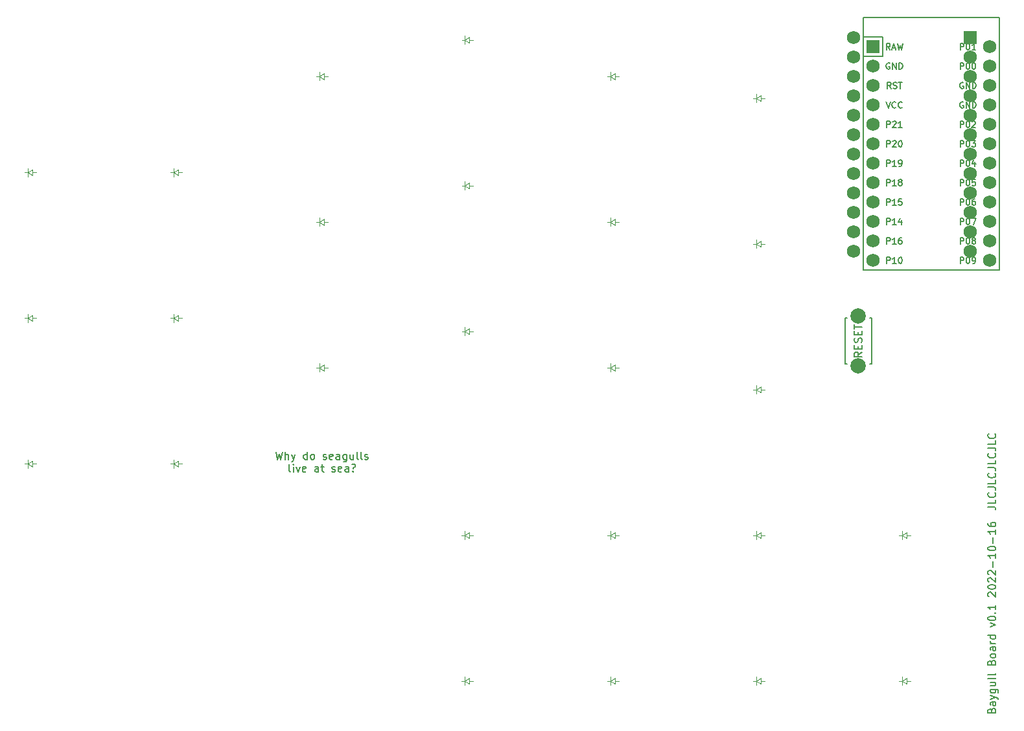
<source format=gbr>
%TF.GenerationSoftware,KiCad,Pcbnew,(6.0.8)*%
%TF.CreationDate,2022-10-22T23:02:27+01:00*%
%TF.ProjectId,board,626f6172-642e-46b6-9963-61645f706362,v1.0.0*%
%TF.SameCoordinates,Original*%
%TF.FileFunction,Legend,Top*%
%TF.FilePolarity,Positive*%
%FSLAX46Y46*%
G04 Gerber Fmt 4.6, Leading zero omitted, Abs format (unit mm)*
G04 Created by KiCad (PCBNEW (6.0.8)) date 2022-10-22 23:02:27*
%MOMM*%
%LPD*%
G01*
G04 APERTURE LIST*
%ADD10C,0.150000*%
%ADD11C,0.100000*%
%ADD12R,1.752600X1.752600*%
%ADD13C,1.752600*%
%ADD14C,2.000000*%
G04 APERTURE END LIST*
D10*
X51102380Y-3409880D02*
X51340476Y-4409880D01*
X51530952Y-3695595D01*
X51721428Y-4409880D01*
X51959523Y-3409880D01*
X52340476Y-4409880D02*
X52340476Y-3409880D01*
X52769047Y-4409880D02*
X52769047Y-3886071D01*
X52721428Y-3790833D01*
X52626190Y-3743214D01*
X52483333Y-3743214D01*
X52388095Y-3790833D01*
X52340476Y-3838452D01*
X53150000Y-3743214D02*
X53388095Y-4409880D01*
X53626190Y-3743214D02*
X53388095Y-4409880D01*
X53292857Y-4647976D01*
X53245238Y-4695595D01*
X53150000Y-4743214D01*
X55197619Y-4409880D02*
X55197619Y-3409880D01*
X55197619Y-4362261D02*
X55102380Y-4409880D01*
X54911904Y-4409880D01*
X54816666Y-4362261D01*
X54769047Y-4314642D01*
X54721428Y-4219404D01*
X54721428Y-3933690D01*
X54769047Y-3838452D01*
X54816666Y-3790833D01*
X54911904Y-3743214D01*
X55102380Y-3743214D01*
X55197619Y-3790833D01*
X55816666Y-4409880D02*
X55721428Y-4362261D01*
X55673809Y-4314642D01*
X55626190Y-4219404D01*
X55626190Y-3933690D01*
X55673809Y-3838452D01*
X55721428Y-3790833D01*
X55816666Y-3743214D01*
X55959523Y-3743214D01*
X56054761Y-3790833D01*
X56102380Y-3838452D01*
X56150000Y-3933690D01*
X56150000Y-4219404D01*
X56102380Y-4314642D01*
X56054761Y-4362261D01*
X55959523Y-4409880D01*
X55816666Y-4409880D01*
X57292857Y-4362261D02*
X57388095Y-4409880D01*
X57578571Y-4409880D01*
X57673809Y-4362261D01*
X57721428Y-4267023D01*
X57721428Y-4219404D01*
X57673809Y-4124166D01*
X57578571Y-4076547D01*
X57435714Y-4076547D01*
X57340476Y-4028928D01*
X57292857Y-3933690D01*
X57292857Y-3886071D01*
X57340476Y-3790833D01*
X57435714Y-3743214D01*
X57578571Y-3743214D01*
X57673809Y-3790833D01*
X58530952Y-4362261D02*
X58435714Y-4409880D01*
X58245238Y-4409880D01*
X58150000Y-4362261D01*
X58102380Y-4267023D01*
X58102380Y-3886071D01*
X58150000Y-3790833D01*
X58245238Y-3743214D01*
X58435714Y-3743214D01*
X58530952Y-3790833D01*
X58578571Y-3886071D01*
X58578571Y-3981309D01*
X58102380Y-4076547D01*
X59435714Y-4409880D02*
X59435714Y-3886071D01*
X59388095Y-3790833D01*
X59292857Y-3743214D01*
X59102380Y-3743214D01*
X59007142Y-3790833D01*
X59435714Y-4362261D02*
X59340476Y-4409880D01*
X59102380Y-4409880D01*
X59007142Y-4362261D01*
X58959523Y-4267023D01*
X58959523Y-4171785D01*
X59007142Y-4076547D01*
X59102380Y-4028928D01*
X59340476Y-4028928D01*
X59435714Y-3981309D01*
X60340476Y-3743214D02*
X60340476Y-4552738D01*
X60292857Y-4647976D01*
X60245238Y-4695595D01*
X60150000Y-4743214D01*
X60007142Y-4743214D01*
X59911904Y-4695595D01*
X60340476Y-4362261D02*
X60245238Y-4409880D01*
X60054761Y-4409880D01*
X59959523Y-4362261D01*
X59911904Y-4314642D01*
X59864285Y-4219404D01*
X59864285Y-3933690D01*
X59911904Y-3838452D01*
X59959523Y-3790833D01*
X60054761Y-3743214D01*
X60245238Y-3743214D01*
X60340476Y-3790833D01*
X61245238Y-3743214D02*
X61245238Y-4409880D01*
X60816666Y-3743214D02*
X60816666Y-4267023D01*
X60864285Y-4362261D01*
X60959523Y-4409880D01*
X61102380Y-4409880D01*
X61197619Y-4362261D01*
X61245238Y-4314642D01*
X61864285Y-4409880D02*
X61769047Y-4362261D01*
X61721428Y-4267023D01*
X61721428Y-3409880D01*
X62388095Y-4409880D02*
X62292857Y-4362261D01*
X62245238Y-4267023D01*
X62245238Y-3409880D01*
X62721428Y-4362261D02*
X62816666Y-4409880D01*
X63007142Y-4409880D01*
X63102380Y-4362261D01*
X63150000Y-4267023D01*
X63150000Y-4219404D01*
X63102380Y-4124166D01*
X63007142Y-4076547D01*
X62864285Y-4076547D01*
X62769047Y-4028928D01*
X62721428Y-3933690D01*
X62721428Y-3886071D01*
X62769047Y-3790833D01*
X62864285Y-3743214D01*
X63007142Y-3743214D01*
X63102380Y-3790833D01*
X53007142Y-6019880D02*
X52911904Y-5972261D01*
X52864285Y-5877023D01*
X52864285Y-5019880D01*
X53388095Y-6019880D02*
X53388095Y-5353214D01*
X53388095Y-5019880D02*
X53340476Y-5067500D01*
X53388095Y-5115119D01*
X53435714Y-5067500D01*
X53388095Y-5019880D01*
X53388095Y-5115119D01*
X53769047Y-5353214D02*
X54007142Y-6019880D01*
X54245238Y-5353214D01*
X55007142Y-5972261D02*
X54911904Y-6019880D01*
X54721428Y-6019880D01*
X54626190Y-5972261D01*
X54578571Y-5877023D01*
X54578571Y-5496071D01*
X54626190Y-5400833D01*
X54721428Y-5353214D01*
X54911904Y-5353214D01*
X55007142Y-5400833D01*
X55054761Y-5496071D01*
X55054761Y-5591309D01*
X54578571Y-5686547D01*
X56673809Y-6019880D02*
X56673809Y-5496071D01*
X56626190Y-5400833D01*
X56530952Y-5353214D01*
X56340476Y-5353214D01*
X56245238Y-5400833D01*
X56673809Y-5972261D02*
X56578571Y-6019880D01*
X56340476Y-6019880D01*
X56245238Y-5972261D01*
X56197619Y-5877023D01*
X56197619Y-5781785D01*
X56245238Y-5686547D01*
X56340476Y-5638928D01*
X56578571Y-5638928D01*
X56673809Y-5591309D01*
X57007142Y-5353214D02*
X57388095Y-5353214D01*
X57150000Y-5019880D02*
X57150000Y-5877023D01*
X57197619Y-5972261D01*
X57292857Y-6019880D01*
X57388095Y-6019880D01*
X58435714Y-5972261D02*
X58530952Y-6019880D01*
X58721428Y-6019880D01*
X58816666Y-5972261D01*
X58864285Y-5877023D01*
X58864285Y-5829404D01*
X58816666Y-5734166D01*
X58721428Y-5686547D01*
X58578571Y-5686547D01*
X58483333Y-5638928D01*
X58435714Y-5543690D01*
X58435714Y-5496071D01*
X58483333Y-5400833D01*
X58578571Y-5353214D01*
X58721428Y-5353214D01*
X58816666Y-5400833D01*
X59673809Y-5972261D02*
X59578571Y-6019880D01*
X59388095Y-6019880D01*
X59292857Y-5972261D01*
X59245238Y-5877023D01*
X59245238Y-5496071D01*
X59292857Y-5400833D01*
X59388095Y-5353214D01*
X59578571Y-5353214D01*
X59673809Y-5400833D01*
X59721428Y-5496071D01*
X59721428Y-5591309D01*
X59245238Y-5686547D01*
X60578571Y-6019880D02*
X60578571Y-5496071D01*
X60530952Y-5400833D01*
X60435714Y-5353214D01*
X60245238Y-5353214D01*
X60150000Y-5400833D01*
X60578571Y-5972261D02*
X60483333Y-6019880D01*
X60245238Y-6019880D01*
X60150000Y-5972261D01*
X60102380Y-5877023D01*
X60102380Y-5781785D01*
X60150000Y-5686547D01*
X60245238Y-5638928D01*
X60483333Y-5638928D01*
X60578571Y-5591309D01*
X61197619Y-5924642D02*
X61245238Y-5972261D01*
X61197619Y-6019880D01*
X61150000Y-5972261D01*
X61197619Y-5924642D01*
X61197619Y-6019880D01*
X61007142Y-5067500D02*
X61102380Y-5019880D01*
X61340476Y-5019880D01*
X61435714Y-5067500D01*
X61483333Y-5162738D01*
X61483333Y-5257976D01*
X61435714Y-5353214D01*
X61388095Y-5400833D01*
X61292857Y-5448452D01*
X61245238Y-5496071D01*
X61197619Y-5591309D01*
X61197619Y-5638928D01*
X144608571Y-37240571D02*
X144656190Y-37097714D01*
X144703809Y-37050095D01*
X144799047Y-37002476D01*
X144941904Y-37002476D01*
X145037142Y-37050095D01*
X145084761Y-37097714D01*
X145132380Y-37192952D01*
X145132380Y-37573904D01*
X144132380Y-37573904D01*
X144132380Y-37240571D01*
X144180000Y-37145333D01*
X144227619Y-37097714D01*
X144322857Y-37050095D01*
X144418095Y-37050095D01*
X144513333Y-37097714D01*
X144560952Y-37145333D01*
X144608571Y-37240571D01*
X144608571Y-37573904D01*
X145132380Y-36145333D02*
X144608571Y-36145333D01*
X144513333Y-36192952D01*
X144465714Y-36288190D01*
X144465714Y-36478666D01*
X144513333Y-36573904D01*
X145084761Y-36145333D02*
X145132380Y-36240571D01*
X145132380Y-36478666D01*
X145084761Y-36573904D01*
X144989523Y-36621523D01*
X144894285Y-36621523D01*
X144799047Y-36573904D01*
X144751428Y-36478666D01*
X144751428Y-36240571D01*
X144703809Y-36145333D01*
X144465714Y-35764380D02*
X145132380Y-35526285D01*
X144465714Y-35288190D02*
X145132380Y-35526285D01*
X145370476Y-35621523D01*
X145418095Y-35669142D01*
X145465714Y-35764380D01*
X144465714Y-34478666D02*
X145275238Y-34478666D01*
X145370476Y-34526285D01*
X145418095Y-34573904D01*
X145465714Y-34669142D01*
X145465714Y-34812000D01*
X145418095Y-34907238D01*
X145084761Y-34478666D02*
X145132380Y-34573904D01*
X145132380Y-34764380D01*
X145084761Y-34859619D01*
X145037142Y-34907238D01*
X144941904Y-34954857D01*
X144656190Y-34954857D01*
X144560952Y-34907238D01*
X144513333Y-34859619D01*
X144465714Y-34764380D01*
X144465714Y-34573904D01*
X144513333Y-34478666D01*
X144465714Y-33573904D02*
X145132380Y-33573904D01*
X144465714Y-34002476D02*
X144989523Y-34002476D01*
X145084761Y-33954857D01*
X145132380Y-33859619D01*
X145132380Y-33716761D01*
X145084761Y-33621523D01*
X145037142Y-33573904D01*
X145132380Y-32954857D02*
X145084761Y-33050095D01*
X144989523Y-33097714D01*
X144132380Y-33097714D01*
X145132380Y-32431047D02*
X145084761Y-32526285D01*
X144989523Y-32573904D01*
X144132380Y-32573904D01*
X144608571Y-30954857D02*
X144656190Y-30812000D01*
X144703809Y-30764380D01*
X144799047Y-30716761D01*
X144941904Y-30716761D01*
X145037142Y-30764380D01*
X145084761Y-30812000D01*
X145132380Y-30907238D01*
X145132380Y-31288190D01*
X144132380Y-31288190D01*
X144132380Y-30954857D01*
X144180000Y-30859619D01*
X144227619Y-30812000D01*
X144322857Y-30764380D01*
X144418095Y-30764380D01*
X144513333Y-30812000D01*
X144560952Y-30859619D01*
X144608571Y-30954857D01*
X144608571Y-31288190D01*
X145132380Y-30145333D02*
X145084761Y-30240571D01*
X145037142Y-30288190D01*
X144941904Y-30335809D01*
X144656190Y-30335809D01*
X144560952Y-30288190D01*
X144513333Y-30240571D01*
X144465714Y-30145333D01*
X144465714Y-30002476D01*
X144513333Y-29907238D01*
X144560952Y-29859619D01*
X144656190Y-29812000D01*
X144941904Y-29812000D01*
X145037142Y-29859619D01*
X145084761Y-29907238D01*
X145132380Y-30002476D01*
X145132380Y-30145333D01*
X145132380Y-28954857D02*
X144608571Y-28954857D01*
X144513333Y-29002476D01*
X144465714Y-29097714D01*
X144465714Y-29288190D01*
X144513333Y-29383428D01*
X145084761Y-28954857D02*
X145132380Y-29050095D01*
X145132380Y-29288190D01*
X145084761Y-29383428D01*
X144989523Y-29431047D01*
X144894285Y-29431047D01*
X144799047Y-29383428D01*
X144751428Y-29288190D01*
X144751428Y-29050095D01*
X144703809Y-28954857D01*
X145132380Y-28478666D02*
X144465714Y-28478666D01*
X144656190Y-28478666D02*
X144560952Y-28431047D01*
X144513333Y-28383428D01*
X144465714Y-28288190D01*
X144465714Y-28192952D01*
X145132380Y-27431047D02*
X144132380Y-27431047D01*
X145084761Y-27431047D02*
X145132380Y-27526285D01*
X145132380Y-27716761D01*
X145084761Y-27812000D01*
X145037142Y-27859619D01*
X144941904Y-27907238D01*
X144656190Y-27907238D01*
X144560952Y-27859619D01*
X144513333Y-27812000D01*
X144465714Y-27716761D01*
X144465714Y-27526285D01*
X144513333Y-27431047D01*
X144465714Y-26288190D02*
X145132380Y-26050095D01*
X144465714Y-25812000D01*
X144132380Y-25240571D02*
X144132380Y-25145333D01*
X144180000Y-25050095D01*
X144227619Y-25002476D01*
X144322857Y-24954857D01*
X144513333Y-24907238D01*
X144751428Y-24907238D01*
X144941904Y-24954857D01*
X145037142Y-25002476D01*
X145084761Y-25050095D01*
X145132380Y-25145333D01*
X145132380Y-25240571D01*
X145084761Y-25335809D01*
X145037142Y-25383428D01*
X144941904Y-25431047D01*
X144751428Y-25478666D01*
X144513333Y-25478666D01*
X144322857Y-25431047D01*
X144227619Y-25383428D01*
X144180000Y-25335809D01*
X144132380Y-25240571D01*
X145037142Y-24478666D02*
X145084761Y-24431047D01*
X145132380Y-24478666D01*
X145084761Y-24526285D01*
X145037142Y-24478666D01*
X145132380Y-24478666D01*
X145132380Y-23478666D02*
X145132380Y-24050095D01*
X145132380Y-23764380D02*
X144132380Y-23764380D01*
X144275238Y-23859619D01*
X144370476Y-23954857D01*
X144418095Y-24050095D01*
X144227619Y-22335809D02*
X144180000Y-22288190D01*
X144132380Y-22192952D01*
X144132380Y-21954857D01*
X144180000Y-21859619D01*
X144227619Y-21812000D01*
X144322857Y-21764380D01*
X144418095Y-21764380D01*
X144560952Y-21812000D01*
X145132380Y-22383428D01*
X145132380Y-21764380D01*
X144132380Y-21145333D02*
X144132380Y-21050095D01*
X144180000Y-20954857D01*
X144227619Y-20907238D01*
X144322857Y-20859619D01*
X144513333Y-20812000D01*
X144751428Y-20812000D01*
X144941904Y-20859619D01*
X145037142Y-20907238D01*
X145084761Y-20954857D01*
X145132380Y-21050095D01*
X145132380Y-21145333D01*
X145084761Y-21240571D01*
X145037142Y-21288190D01*
X144941904Y-21335809D01*
X144751428Y-21383428D01*
X144513333Y-21383428D01*
X144322857Y-21335809D01*
X144227619Y-21288190D01*
X144180000Y-21240571D01*
X144132380Y-21145333D01*
X144227619Y-20431047D02*
X144180000Y-20383428D01*
X144132380Y-20288190D01*
X144132380Y-20050095D01*
X144180000Y-19954857D01*
X144227619Y-19907238D01*
X144322857Y-19859619D01*
X144418095Y-19859619D01*
X144560952Y-19907238D01*
X145132380Y-20478666D01*
X145132380Y-19859619D01*
X144227619Y-19478666D02*
X144180000Y-19431047D01*
X144132380Y-19335809D01*
X144132380Y-19097714D01*
X144180000Y-19002476D01*
X144227619Y-18954857D01*
X144322857Y-18907238D01*
X144418095Y-18907238D01*
X144560952Y-18954857D01*
X145132380Y-19526285D01*
X145132380Y-18907238D01*
X144751428Y-18478666D02*
X144751428Y-17716761D01*
X145132380Y-16716761D02*
X145132380Y-17288190D01*
X145132380Y-17002476D02*
X144132380Y-17002476D01*
X144275238Y-17097714D01*
X144370476Y-17192952D01*
X144418095Y-17288190D01*
X144132380Y-16097714D02*
X144132380Y-16002476D01*
X144180000Y-15907238D01*
X144227619Y-15859619D01*
X144322857Y-15812000D01*
X144513333Y-15764380D01*
X144751428Y-15764380D01*
X144941904Y-15812000D01*
X145037142Y-15859619D01*
X145084761Y-15907238D01*
X145132380Y-16002476D01*
X145132380Y-16097714D01*
X145084761Y-16192952D01*
X145037142Y-16240571D01*
X144941904Y-16288190D01*
X144751428Y-16335809D01*
X144513333Y-16335809D01*
X144322857Y-16288190D01*
X144227619Y-16240571D01*
X144180000Y-16192952D01*
X144132380Y-16097714D01*
X144751428Y-15335809D02*
X144751428Y-14573904D01*
X145132380Y-13573904D02*
X145132380Y-14145333D01*
X145132380Y-13859619D02*
X144132380Y-13859619D01*
X144275238Y-13954857D01*
X144370476Y-14050095D01*
X144418095Y-14145333D01*
X144132380Y-12716761D02*
X144132380Y-12907238D01*
X144180000Y-13002476D01*
X144227619Y-13050095D01*
X144370476Y-13145333D01*
X144560952Y-13192952D01*
X144941904Y-13192952D01*
X145037142Y-13145333D01*
X145084761Y-13097714D01*
X145132380Y-13002476D01*
X145132380Y-12812000D01*
X145084761Y-12716761D01*
X145037142Y-12669142D01*
X144941904Y-12621523D01*
X144703809Y-12621523D01*
X144608571Y-12669142D01*
X144560952Y-12716761D01*
X144513333Y-12812000D01*
X144513333Y-13002476D01*
X144560952Y-13097714D01*
X144608571Y-13145333D01*
X144703809Y-13192952D01*
X144132380Y-10618190D02*
X144846666Y-10618190D01*
X144989523Y-10665809D01*
X145084761Y-10761047D01*
X145132380Y-10903904D01*
X145132380Y-10999142D01*
X145132380Y-9665809D02*
X145132380Y-10142000D01*
X144132380Y-10142000D01*
X145037142Y-8761047D02*
X145084761Y-8808666D01*
X145132380Y-8951523D01*
X145132380Y-9046761D01*
X145084761Y-9189619D01*
X144989523Y-9284857D01*
X144894285Y-9332476D01*
X144703809Y-9380095D01*
X144560952Y-9380095D01*
X144370476Y-9332476D01*
X144275238Y-9284857D01*
X144180000Y-9189619D01*
X144132380Y-9046761D01*
X144132380Y-8951523D01*
X144180000Y-8808666D01*
X144227619Y-8761047D01*
X144132380Y-8046761D02*
X144846666Y-8046761D01*
X144989523Y-8094380D01*
X145084761Y-8189619D01*
X145132380Y-8332476D01*
X145132380Y-8427714D01*
X145132380Y-7094380D02*
X145132380Y-7570571D01*
X144132380Y-7570571D01*
X145037142Y-6189619D02*
X145084761Y-6237238D01*
X145132380Y-6380095D01*
X145132380Y-6475333D01*
X145084761Y-6618190D01*
X144989523Y-6713428D01*
X144894285Y-6761047D01*
X144703809Y-6808666D01*
X144560952Y-6808666D01*
X144370476Y-6761047D01*
X144275238Y-6713428D01*
X144180000Y-6618190D01*
X144132380Y-6475333D01*
X144132380Y-6380095D01*
X144180000Y-6237238D01*
X144227619Y-6189619D01*
X144132380Y-5475333D02*
X144846666Y-5475333D01*
X144989523Y-5522952D01*
X145084761Y-5618190D01*
X145132380Y-5761047D01*
X145132380Y-5856285D01*
X145132380Y-4522952D02*
X145132380Y-4999142D01*
X144132380Y-4999142D01*
X145037142Y-3618190D02*
X145084761Y-3665809D01*
X145132380Y-3808666D01*
X145132380Y-3903904D01*
X145084761Y-4046761D01*
X144989523Y-4142000D01*
X144894285Y-4189619D01*
X144703809Y-4237238D01*
X144560952Y-4237238D01*
X144370476Y-4189619D01*
X144275238Y-4142000D01*
X144180000Y-4046761D01*
X144132380Y-3903904D01*
X144132380Y-3808666D01*
X144180000Y-3665809D01*
X144227619Y-3618190D01*
X144132380Y-2903904D02*
X144846666Y-2903904D01*
X144989523Y-2951523D01*
X145084761Y-3046761D01*
X145132380Y-3189619D01*
X145132380Y-3284857D01*
X145132380Y-1951523D02*
X145132380Y-2427714D01*
X144132380Y-2427714D01*
X145037142Y-1046761D02*
X145084761Y-1094380D01*
X145132380Y-1237238D01*
X145132380Y-1332476D01*
X145084761Y-1475333D01*
X144989523Y-1570571D01*
X144894285Y-1618190D01*
X144703809Y-1665809D01*
X144560952Y-1665809D01*
X144370476Y-1618190D01*
X144275238Y-1570571D01*
X144180000Y-1475333D01*
X144132380Y-1332476D01*
X144132380Y-1237238D01*
X144180000Y-1094380D01*
X144227619Y-1046761D01*
%TO.C,MCU2*%
X131347619Y49173595D02*
X131080952Y49554547D01*
X130890476Y49173595D02*
X130890476Y49973595D01*
X131195238Y49973595D01*
X131271428Y49935500D01*
X131309523Y49897404D01*
X131347619Y49821214D01*
X131347619Y49706928D01*
X131309523Y49630738D01*
X131271428Y49592642D01*
X131195238Y49554547D01*
X130890476Y49554547D01*
X131652380Y49402166D02*
X132033333Y49402166D01*
X131576190Y49173595D02*
X131842857Y49973595D01*
X132109523Y49173595D01*
X132300000Y49973595D02*
X132490476Y49173595D01*
X132642857Y49745023D01*
X132795238Y49173595D01*
X132985714Y49973595D01*
X131290476Y47395500D02*
X131214285Y47433595D01*
X131100000Y47433595D01*
X130985714Y47395500D01*
X130909523Y47319309D01*
X130871428Y47243119D01*
X130833333Y47090738D01*
X130833333Y46976452D01*
X130871428Y46824071D01*
X130909523Y46747880D01*
X130985714Y46671690D01*
X131100000Y46633595D01*
X131176190Y46633595D01*
X131290476Y46671690D01*
X131328571Y46709785D01*
X131328571Y46976452D01*
X131176190Y46976452D01*
X131671428Y46633595D02*
X131671428Y47433595D01*
X132128571Y46633595D01*
X132128571Y47433595D01*
X132509523Y46633595D02*
X132509523Y47433595D01*
X132700000Y47433595D01*
X132814285Y47395500D01*
X132890476Y47319309D01*
X132928571Y47243119D01*
X132966666Y47090738D01*
X132966666Y46976452D01*
X132928571Y46824071D01*
X132890476Y46747880D01*
X132814285Y46671690D01*
X132700000Y46633595D01*
X132509523Y46633595D01*
X131461904Y44093595D02*
X131195238Y44474547D01*
X131004761Y44093595D02*
X131004761Y44893595D01*
X131309523Y44893595D01*
X131385714Y44855500D01*
X131423809Y44817404D01*
X131461904Y44741214D01*
X131461904Y44626928D01*
X131423809Y44550738D01*
X131385714Y44512642D01*
X131309523Y44474547D01*
X131004761Y44474547D01*
X131766666Y44131690D02*
X131880952Y44093595D01*
X132071428Y44093595D01*
X132147619Y44131690D01*
X132185714Y44169785D01*
X132223809Y44245976D01*
X132223809Y44322166D01*
X132185714Y44398357D01*
X132147619Y44436452D01*
X132071428Y44474547D01*
X131919047Y44512642D01*
X131842857Y44550738D01*
X131804761Y44588833D01*
X131766666Y44665023D01*
X131766666Y44741214D01*
X131804761Y44817404D01*
X131842857Y44855500D01*
X131919047Y44893595D01*
X132109523Y44893595D01*
X132223809Y44855500D01*
X132452380Y44893595D02*
X132909523Y44893595D01*
X132680952Y44093595D02*
X132680952Y44893595D01*
X130833333Y42353595D02*
X131100000Y41553595D01*
X131366666Y42353595D01*
X132090476Y41629785D02*
X132052380Y41591690D01*
X131938095Y41553595D01*
X131861904Y41553595D01*
X131747619Y41591690D01*
X131671428Y41667880D01*
X131633333Y41744071D01*
X131595238Y41896452D01*
X131595238Y42010738D01*
X131633333Y42163119D01*
X131671428Y42239309D01*
X131747619Y42315500D01*
X131861904Y42353595D01*
X131938095Y42353595D01*
X132052380Y42315500D01*
X132090476Y42277404D01*
X132890476Y41629785D02*
X132852380Y41591690D01*
X132738095Y41553595D01*
X132661904Y41553595D01*
X132547619Y41591690D01*
X132471428Y41667880D01*
X132433333Y41744071D01*
X132395238Y41896452D01*
X132395238Y42010738D01*
X132433333Y42163119D01*
X132471428Y42239309D01*
X132547619Y42315500D01*
X132661904Y42353595D01*
X132738095Y42353595D01*
X132852380Y42315500D01*
X132890476Y42277404D01*
X130928571Y39013595D02*
X130928571Y39813595D01*
X131233333Y39813595D01*
X131309523Y39775500D01*
X131347619Y39737404D01*
X131385714Y39661214D01*
X131385714Y39546928D01*
X131347619Y39470738D01*
X131309523Y39432642D01*
X131233333Y39394547D01*
X130928571Y39394547D01*
X131690476Y39737404D02*
X131728571Y39775500D01*
X131804761Y39813595D01*
X131995238Y39813595D01*
X132071428Y39775500D01*
X132109523Y39737404D01*
X132147619Y39661214D01*
X132147619Y39585023D01*
X132109523Y39470738D01*
X131652380Y39013595D01*
X132147619Y39013595D01*
X132909523Y39013595D02*
X132452380Y39013595D01*
X132680952Y39013595D02*
X132680952Y39813595D01*
X132604761Y39699309D01*
X132528571Y39623119D01*
X132452380Y39585023D01*
X130928571Y36473595D02*
X130928571Y37273595D01*
X131233333Y37273595D01*
X131309523Y37235500D01*
X131347619Y37197404D01*
X131385714Y37121214D01*
X131385714Y37006928D01*
X131347619Y36930738D01*
X131309523Y36892642D01*
X131233333Y36854547D01*
X130928571Y36854547D01*
X131690476Y37197404D02*
X131728571Y37235500D01*
X131804761Y37273595D01*
X131995238Y37273595D01*
X132071428Y37235500D01*
X132109523Y37197404D01*
X132147619Y37121214D01*
X132147619Y37045023D01*
X132109523Y36930738D01*
X131652380Y36473595D01*
X132147619Y36473595D01*
X132642857Y37273595D02*
X132719047Y37273595D01*
X132795238Y37235500D01*
X132833333Y37197404D01*
X132871428Y37121214D01*
X132909523Y36968833D01*
X132909523Y36778357D01*
X132871428Y36625976D01*
X132833333Y36549785D01*
X132795238Y36511690D01*
X132719047Y36473595D01*
X132642857Y36473595D01*
X132566666Y36511690D01*
X132528571Y36549785D01*
X132490476Y36625976D01*
X132452380Y36778357D01*
X132452380Y36968833D01*
X132490476Y37121214D01*
X132528571Y37197404D01*
X132566666Y37235500D01*
X132642857Y37273595D01*
X130928571Y33933595D02*
X130928571Y34733595D01*
X131233333Y34733595D01*
X131309523Y34695500D01*
X131347619Y34657404D01*
X131385714Y34581214D01*
X131385714Y34466928D01*
X131347619Y34390738D01*
X131309523Y34352642D01*
X131233333Y34314547D01*
X130928571Y34314547D01*
X132147619Y33933595D02*
X131690476Y33933595D01*
X131919047Y33933595D02*
X131919047Y34733595D01*
X131842857Y34619309D01*
X131766666Y34543119D01*
X131690476Y34505023D01*
X132528571Y33933595D02*
X132680952Y33933595D01*
X132757142Y33971690D01*
X132795238Y34009785D01*
X132871428Y34124071D01*
X132909523Y34276452D01*
X132909523Y34581214D01*
X132871428Y34657404D01*
X132833333Y34695500D01*
X132757142Y34733595D01*
X132604761Y34733595D01*
X132528571Y34695500D01*
X132490476Y34657404D01*
X132452380Y34581214D01*
X132452380Y34390738D01*
X132490476Y34314547D01*
X132528571Y34276452D01*
X132604761Y34238357D01*
X132757142Y34238357D01*
X132833333Y34276452D01*
X132871428Y34314547D01*
X132909523Y34390738D01*
X130928571Y31393595D02*
X130928571Y32193595D01*
X131233333Y32193595D01*
X131309523Y32155500D01*
X131347619Y32117404D01*
X131385714Y32041214D01*
X131385714Y31926928D01*
X131347619Y31850738D01*
X131309523Y31812642D01*
X131233333Y31774547D01*
X130928571Y31774547D01*
X132147619Y31393595D02*
X131690476Y31393595D01*
X131919047Y31393595D02*
X131919047Y32193595D01*
X131842857Y32079309D01*
X131766666Y32003119D01*
X131690476Y31965023D01*
X132604761Y31850738D02*
X132528571Y31888833D01*
X132490476Y31926928D01*
X132452380Y32003119D01*
X132452380Y32041214D01*
X132490476Y32117404D01*
X132528571Y32155500D01*
X132604761Y32193595D01*
X132757142Y32193595D01*
X132833333Y32155500D01*
X132871428Y32117404D01*
X132909523Y32041214D01*
X132909523Y32003119D01*
X132871428Y31926928D01*
X132833333Y31888833D01*
X132757142Y31850738D01*
X132604761Y31850738D01*
X132528571Y31812642D01*
X132490476Y31774547D01*
X132452380Y31698357D01*
X132452380Y31545976D01*
X132490476Y31469785D01*
X132528571Y31431690D01*
X132604761Y31393595D01*
X132757142Y31393595D01*
X132833333Y31431690D01*
X132871428Y31469785D01*
X132909523Y31545976D01*
X132909523Y31698357D01*
X132871428Y31774547D01*
X132833333Y31812642D01*
X132757142Y31850738D01*
X130928571Y28853595D02*
X130928571Y29653595D01*
X131233333Y29653595D01*
X131309523Y29615500D01*
X131347619Y29577404D01*
X131385714Y29501214D01*
X131385714Y29386928D01*
X131347619Y29310738D01*
X131309523Y29272642D01*
X131233333Y29234547D01*
X130928571Y29234547D01*
X132147619Y28853595D02*
X131690476Y28853595D01*
X131919047Y28853595D02*
X131919047Y29653595D01*
X131842857Y29539309D01*
X131766666Y29463119D01*
X131690476Y29425023D01*
X132871428Y29653595D02*
X132490476Y29653595D01*
X132452380Y29272642D01*
X132490476Y29310738D01*
X132566666Y29348833D01*
X132757142Y29348833D01*
X132833333Y29310738D01*
X132871428Y29272642D01*
X132909523Y29196452D01*
X132909523Y29005976D01*
X132871428Y28929785D01*
X132833333Y28891690D01*
X132757142Y28853595D01*
X132566666Y28853595D01*
X132490476Y28891690D01*
X132452380Y28929785D01*
X130928571Y26313595D02*
X130928571Y27113595D01*
X131233333Y27113595D01*
X131309523Y27075500D01*
X131347619Y27037404D01*
X131385714Y26961214D01*
X131385714Y26846928D01*
X131347619Y26770738D01*
X131309523Y26732642D01*
X131233333Y26694547D01*
X130928571Y26694547D01*
X132147619Y26313595D02*
X131690476Y26313595D01*
X131919047Y26313595D02*
X131919047Y27113595D01*
X131842857Y26999309D01*
X131766666Y26923119D01*
X131690476Y26885023D01*
X132833333Y26846928D02*
X132833333Y26313595D01*
X132642857Y27151690D02*
X132452380Y26580261D01*
X132947619Y26580261D01*
X130928571Y23773595D02*
X130928571Y24573595D01*
X131233333Y24573595D01*
X131309523Y24535500D01*
X131347619Y24497404D01*
X131385714Y24421214D01*
X131385714Y24306928D01*
X131347619Y24230738D01*
X131309523Y24192642D01*
X131233333Y24154547D01*
X130928571Y24154547D01*
X132147619Y23773595D02*
X131690476Y23773595D01*
X131919047Y23773595D02*
X131919047Y24573595D01*
X131842857Y24459309D01*
X131766666Y24383119D01*
X131690476Y24345023D01*
X132833333Y24573595D02*
X132680952Y24573595D01*
X132604761Y24535500D01*
X132566666Y24497404D01*
X132490476Y24383119D01*
X132452380Y24230738D01*
X132452380Y23925976D01*
X132490476Y23849785D01*
X132528571Y23811690D01*
X132604761Y23773595D01*
X132757142Y23773595D01*
X132833333Y23811690D01*
X132871428Y23849785D01*
X132909523Y23925976D01*
X132909523Y24116452D01*
X132871428Y24192642D01*
X132833333Y24230738D01*
X132757142Y24268833D01*
X132604761Y24268833D01*
X132528571Y24230738D01*
X132490476Y24192642D01*
X132452380Y24116452D01*
X130928571Y21233595D02*
X130928571Y22033595D01*
X131233333Y22033595D01*
X131309523Y21995500D01*
X131347619Y21957404D01*
X131385714Y21881214D01*
X131385714Y21766928D01*
X131347619Y21690738D01*
X131309523Y21652642D01*
X131233333Y21614547D01*
X130928571Y21614547D01*
X132147619Y21233595D02*
X131690476Y21233595D01*
X131919047Y21233595D02*
X131919047Y22033595D01*
X131842857Y21919309D01*
X131766666Y21843119D01*
X131690476Y21805023D01*
X132642857Y22033595D02*
X132719047Y22033595D01*
X132795238Y21995500D01*
X132833333Y21957404D01*
X132871428Y21881214D01*
X132909523Y21728833D01*
X132909523Y21538357D01*
X132871428Y21385976D01*
X132833333Y21309785D01*
X132795238Y21271690D01*
X132719047Y21233595D01*
X132642857Y21233595D01*
X132566666Y21271690D01*
X132528571Y21309785D01*
X132490476Y21385976D01*
X132452380Y21538357D01*
X132452380Y21728833D01*
X132490476Y21881214D01*
X132528571Y21957404D01*
X132566666Y21995500D01*
X132642857Y22033595D01*
X140528571Y49173595D02*
X140528571Y49973595D01*
X140833333Y49973595D01*
X140909523Y49935500D01*
X140947619Y49897404D01*
X140985714Y49821214D01*
X140985714Y49706928D01*
X140947619Y49630738D01*
X140909523Y49592642D01*
X140833333Y49554547D01*
X140528571Y49554547D01*
X141480952Y49973595D02*
X141557142Y49973595D01*
X141633333Y49935500D01*
X141671428Y49897404D01*
X141709523Y49821214D01*
X141747619Y49668833D01*
X141747619Y49478357D01*
X141709523Y49325976D01*
X141671428Y49249785D01*
X141633333Y49211690D01*
X141557142Y49173595D01*
X141480952Y49173595D01*
X141404761Y49211690D01*
X141366666Y49249785D01*
X141328571Y49325976D01*
X141290476Y49478357D01*
X141290476Y49668833D01*
X141328571Y49821214D01*
X141366666Y49897404D01*
X141404761Y49935500D01*
X141480952Y49973595D01*
X142509523Y49173595D02*
X142052380Y49173595D01*
X142280952Y49173595D02*
X142280952Y49973595D01*
X142204761Y49859309D01*
X142128571Y49783119D01*
X142052380Y49745023D01*
X140528571Y46633595D02*
X140528571Y47433595D01*
X140833333Y47433595D01*
X140909523Y47395500D01*
X140947619Y47357404D01*
X140985714Y47281214D01*
X140985714Y47166928D01*
X140947619Y47090738D01*
X140909523Y47052642D01*
X140833333Y47014547D01*
X140528571Y47014547D01*
X141480952Y47433595D02*
X141557142Y47433595D01*
X141633333Y47395500D01*
X141671428Y47357404D01*
X141709523Y47281214D01*
X141747619Y47128833D01*
X141747619Y46938357D01*
X141709523Y46785976D01*
X141671428Y46709785D01*
X141633333Y46671690D01*
X141557142Y46633595D01*
X141480952Y46633595D01*
X141404761Y46671690D01*
X141366666Y46709785D01*
X141328571Y46785976D01*
X141290476Y46938357D01*
X141290476Y47128833D01*
X141328571Y47281214D01*
X141366666Y47357404D01*
X141404761Y47395500D01*
X141480952Y47433595D01*
X142242857Y47433595D02*
X142319047Y47433595D01*
X142395238Y47395500D01*
X142433333Y47357404D01*
X142471428Y47281214D01*
X142509523Y47128833D01*
X142509523Y46938357D01*
X142471428Y46785976D01*
X142433333Y46709785D01*
X142395238Y46671690D01*
X142319047Y46633595D01*
X142242857Y46633595D01*
X142166666Y46671690D01*
X142128571Y46709785D01*
X142090476Y46785976D01*
X142052380Y46938357D01*
X142052380Y47128833D01*
X142090476Y47281214D01*
X142128571Y47357404D01*
X142166666Y47395500D01*
X142242857Y47433595D01*
X140890476Y44855500D02*
X140814285Y44893595D01*
X140700000Y44893595D01*
X140585714Y44855500D01*
X140509523Y44779309D01*
X140471428Y44703119D01*
X140433333Y44550738D01*
X140433333Y44436452D01*
X140471428Y44284071D01*
X140509523Y44207880D01*
X140585714Y44131690D01*
X140700000Y44093595D01*
X140776190Y44093595D01*
X140890476Y44131690D01*
X140928571Y44169785D01*
X140928571Y44436452D01*
X140776190Y44436452D01*
X141271428Y44093595D02*
X141271428Y44893595D01*
X141728571Y44093595D01*
X141728571Y44893595D01*
X142109523Y44093595D02*
X142109523Y44893595D01*
X142300000Y44893595D01*
X142414285Y44855500D01*
X142490476Y44779309D01*
X142528571Y44703119D01*
X142566666Y44550738D01*
X142566666Y44436452D01*
X142528571Y44284071D01*
X142490476Y44207880D01*
X142414285Y44131690D01*
X142300000Y44093595D01*
X142109523Y44093595D01*
X140890476Y42315500D02*
X140814285Y42353595D01*
X140700000Y42353595D01*
X140585714Y42315500D01*
X140509523Y42239309D01*
X140471428Y42163119D01*
X140433333Y42010738D01*
X140433333Y41896452D01*
X140471428Y41744071D01*
X140509523Y41667880D01*
X140585714Y41591690D01*
X140700000Y41553595D01*
X140776190Y41553595D01*
X140890476Y41591690D01*
X140928571Y41629785D01*
X140928571Y41896452D01*
X140776190Y41896452D01*
X141271428Y41553595D02*
X141271428Y42353595D01*
X141728571Y41553595D01*
X141728571Y42353595D01*
X142109523Y41553595D02*
X142109523Y42353595D01*
X142300000Y42353595D01*
X142414285Y42315500D01*
X142490476Y42239309D01*
X142528571Y42163119D01*
X142566666Y42010738D01*
X142566666Y41896452D01*
X142528571Y41744071D01*
X142490476Y41667880D01*
X142414285Y41591690D01*
X142300000Y41553595D01*
X142109523Y41553595D01*
X140528571Y39013595D02*
X140528571Y39813595D01*
X140833333Y39813595D01*
X140909523Y39775500D01*
X140947619Y39737404D01*
X140985714Y39661214D01*
X140985714Y39546928D01*
X140947619Y39470738D01*
X140909523Y39432642D01*
X140833333Y39394547D01*
X140528571Y39394547D01*
X141480952Y39813595D02*
X141557142Y39813595D01*
X141633333Y39775500D01*
X141671428Y39737404D01*
X141709523Y39661214D01*
X141747619Y39508833D01*
X141747619Y39318357D01*
X141709523Y39165976D01*
X141671428Y39089785D01*
X141633333Y39051690D01*
X141557142Y39013595D01*
X141480952Y39013595D01*
X141404761Y39051690D01*
X141366666Y39089785D01*
X141328571Y39165976D01*
X141290476Y39318357D01*
X141290476Y39508833D01*
X141328571Y39661214D01*
X141366666Y39737404D01*
X141404761Y39775500D01*
X141480952Y39813595D01*
X142052380Y39737404D02*
X142090476Y39775500D01*
X142166666Y39813595D01*
X142357142Y39813595D01*
X142433333Y39775500D01*
X142471428Y39737404D01*
X142509523Y39661214D01*
X142509523Y39585023D01*
X142471428Y39470738D01*
X142014285Y39013595D01*
X142509523Y39013595D01*
X140528571Y36473595D02*
X140528571Y37273595D01*
X140833333Y37273595D01*
X140909523Y37235500D01*
X140947619Y37197404D01*
X140985714Y37121214D01*
X140985714Y37006928D01*
X140947619Y36930738D01*
X140909523Y36892642D01*
X140833333Y36854547D01*
X140528571Y36854547D01*
X141480952Y37273595D02*
X141557142Y37273595D01*
X141633333Y37235500D01*
X141671428Y37197404D01*
X141709523Y37121214D01*
X141747619Y36968833D01*
X141747619Y36778357D01*
X141709523Y36625976D01*
X141671428Y36549785D01*
X141633333Y36511690D01*
X141557142Y36473595D01*
X141480952Y36473595D01*
X141404761Y36511690D01*
X141366666Y36549785D01*
X141328571Y36625976D01*
X141290476Y36778357D01*
X141290476Y36968833D01*
X141328571Y37121214D01*
X141366666Y37197404D01*
X141404761Y37235500D01*
X141480952Y37273595D01*
X142014285Y37273595D02*
X142509523Y37273595D01*
X142242857Y36968833D01*
X142357142Y36968833D01*
X142433333Y36930738D01*
X142471428Y36892642D01*
X142509523Y36816452D01*
X142509523Y36625976D01*
X142471428Y36549785D01*
X142433333Y36511690D01*
X142357142Y36473595D01*
X142128571Y36473595D01*
X142052380Y36511690D01*
X142014285Y36549785D01*
X140528571Y33933595D02*
X140528571Y34733595D01*
X140833333Y34733595D01*
X140909523Y34695500D01*
X140947619Y34657404D01*
X140985714Y34581214D01*
X140985714Y34466928D01*
X140947619Y34390738D01*
X140909523Y34352642D01*
X140833333Y34314547D01*
X140528571Y34314547D01*
X141480952Y34733595D02*
X141557142Y34733595D01*
X141633333Y34695500D01*
X141671428Y34657404D01*
X141709523Y34581214D01*
X141747619Y34428833D01*
X141747619Y34238357D01*
X141709523Y34085976D01*
X141671428Y34009785D01*
X141633333Y33971690D01*
X141557142Y33933595D01*
X141480952Y33933595D01*
X141404761Y33971690D01*
X141366666Y34009785D01*
X141328571Y34085976D01*
X141290476Y34238357D01*
X141290476Y34428833D01*
X141328571Y34581214D01*
X141366666Y34657404D01*
X141404761Y34695500D01*
X141480952Y34733595D01*
X142433333Y34466928D02*
X142433333Y33933595D01*
X142242857Y34771690D02*
X142052380Y34200261D01*
X142547619Y34200261D01*
X140528571Y31393595D02*
X140528571Y32193595D01*
X140833333Y32193595D01*
X140909523Y32155500D01*
X140947619Y32117404D01*
X140985714Y32041214D01*
X140985714Y31926928D01*
X140947619Y31850738D01*
X140909523Y31812642D01*
X140833333Y31774547D01*
X140528571Y31774547D01*
X141480952Y32193595D02*
X141557142Y32193595D01*
X141633333Y32155500D01*
X141671428Y32117404D01*
X141709523Y32041214D01*
X141747619Y31888833D01*
X141747619Y31698357D01*
X141709523Y31545976D01*
X141671428Y31469785D01*
X141633333Y31431690D01*
X141557142Y31393595D01*
X141480952Y31393595D01*
X141404761Y31431690D01*
X141366666Y31469785D01*
X141328571Y31545976D01*
X141290476Y31698357D01*
X141290476Y31888833D01*
X141328571Y32041214D01*
X141366666Y32117404D01*
X141404761Y32155500D01*
X141480952Y32193595D01*
X142471428Y32193595D02*
X142090476Y32193595D01*
X142052380Y31812642D01*
X142090476Y31850738D01*
X142166666Y31888833D01*
X142357142Y31888833D01*
X142433333Y31850738D01*
X142471428Y31812642D01*
X142509523Y31736452D01*
X142509523Y31545976D01*
X142471428Y31469785D01*
X142433333Y31431690D01*
X142357142Y31393595D01*
X142166666Y31393595D01*
X142090476Y31431690D01*
X142052380Y31469785D01*
X140528571Y28853595D02*
X140528571Y29653595D01*
X140833333Y29653595D01*
X140909523Y29615500D01*
X140947619Y29577404D01*
X140985714Y29501214D01*
X140985714Y29386928D01*
X140947619Y29310738D01*
X140909523Y29272642D01*
X140833333Y29234547D01*
X140528571Y29234547D01*
X141480952Y29653595D02*
X141557142Y29653595D01*
X141633333Y29615500D01*
X141671428Y29577404D01*
X141709523Y29501214D01*
X141747619Y29348833D01*
X141747619Y29158357D01*
X141709523Y29005976D01*
X141671428Y28929785D01*
X141633333Y28891690D01*
X141557142Y28853595D01*
X141480952Y28853595D01*
X141404761Y28891690D01*
X141366666Y28929785D01*
X141328571Y29005976D01*
X141290476Y29158357D01*
X141290476Y29348833D01*
X141328571Y29501214D01*
X141366666Y29577404D01*
X141404761Y29615500D01*
X141480952Y29653595D01*
X142433333Y29653595D02*
X142280952Y29653595D01*
X142204761Y29615500D01*
X142166666Y29577404D01*
X142090476Y29463119D01*
X142052380Y29310738D01*
X142052380Y29005976D01*
X142090476Y28929785D01*
X142128571Y28891690D01*
X142204761Y28853595D01*
X142357142Y28853595D01*
X142433333Y28891690D01*
X142471428Y28929785D01*
X142509523Y29005976D01*
X142509523Y29196452D01*
X142471428Y29272642D01*
X142433333Y29310738D01*
X142357142Y29348833D01*
X142204761Y29348833D01*
X142128571Y29310738D01*
X142090476Y29272642D01*
X142052380Y29196452D01*
X140528571Y26313595D02*
X140528571Y27113595D01*
X140833333Y27113595D01*
X140909523Y27075500D01*
X140947619Y27037404D01*
X140985714Y26961214D01*
X140985714Y26846928D01*
X140947619Y26770738D01*
X140909523Y26732642D01*
X140833333Y26694547D01*
X140528571Y26694547D01*
X141480952Y27113595D02*
X141557142Y27113595D01*
X141633333Y27075500D01*
X141671428Y27037404D01*
X141709523Y26961214D01*
X141747619Y26808833D01*
X141747619Y26618357D01*
X141709523Y26465976D01*
X141671428Y26389785D01*
X141633333Y26351690D01*
X141557142Y26313595D01*
X141480952Y26313595D01*
X141404761Y26351690D01*
X141366666Y26389785D01*
X141328571Y26465976D01*
X141290476Y26618357D01*
X141290476Y26808833D01*
X141328571Y26961214D01*
X141366666Y27037404D01*
X141404761Y27075500D01*
X141480952Y27113595D01*
X142014285Y27113595D02*
X142547619Y27113595D01*
X142204761Y26313595D01*
X140528571Y23773595D02*
X140528571Y24573595D01*
X140833333Y24573595D01*
X140909523Y24535500D01*
X140947619Y24497404D01*
X140985714Y24421214D01*
X140985714Y24306928D01*
X140947619Y24230738D01*
X140909523Y24192642D01*
X140833333Y24154547D01*
X140528571Y24154547D01*
X141480952Y24573595D02*
X141557142Y24573595D01*
X141633333Y24535500D01*
X141671428Y24497404D01*
X141709523Y24421214D01*
X141747619Y24268833D01*
X141747619Y24078357D01*
X141709523Y23925976D01*
X141671428Y23849785D01*
X141633333Y23811690D01*
X141557142Y23773595D01*
X141480952Y23773595D01*
X141404761Y23811690D01*
X141366666Y23849785D01*
X141328571Y23925976D01*
X141290476Y24078357D01*
X141290476Y24268833D01*
X141328571Y24421214D01*
X141366666Y24497404D01*
X141404761Y24535500D01*
X141480952Y24573595D01*
X142204761Y24230738D02*
X142128571Y24268833D01*
X142090476Y24306928D01*
X142052380Y24383119D01*
X142052380Y24421214D01*
X142090476Y24497404D01*
X142128571Y24535500D01*
X142204761Y24573595D01*
X142357142Y24573595D01*
X142433333Y24535500D01*
X142471428Y24497404D01*
X142509523Y24421214D01*
X142509523Y24383119D01*
X142471428Y24306928D01*
X142433333Y24268833D01*
X142357142Y24230738D01*
X142204761Y24230738D01*
X142128571Y24192642D01*
X142090476Y24154547D01*
X142052380Y24078357D01*
X142052380Y23925976D01*
X142090476Y23849785D01*
X142128571Y23811690D01*
X142204761Y23773595D01*
X142357142Y23773595D01*
X142433333Y23811690D01*
X142471428Y23849785D01*
X142509523Y23925976D01*
X142509523Y24078357D01*
X142471428Y24154547D01*
X142433333Y24192642D01*
X142357142Y24230738D01*
X140528571Y21233595D02*
X140528571Y22033595D01*
X140833333Y22033595D01*
X140909523Y21995500D01*
X140947619Y21957404D01*
X140985714Y21881214D01*
X140985714Y21766928D01*
X140947619Y21690738D01*
X140909523Y21652642D01*
X140833333Y21614547D01*
X140528571Y21614547D01*
X141480952Y22033595D02*
X141557142Y22033595D01*
X141633333Y21995500D01*
X141671428Y21957404D01*
X141709523Y21881214D01*
X141747619Y21728833D01*
X141747619Y21538357D01*
X141709523Y21385976D01*
X141671428Y21309785D01*
X141633333Y21271690D01*
X141557142Y21233595D01*
X141480952Y21233595D01*
X141404761Y21271690D01*
X141366666Y21309785D01*
X141328571Y21385976D01*
X141290476Y21538357D01*
X141290476Y21728833D01*
X141328571Y21881214D01*
X141366666Y21957404D01*
X141404761Y21995500D01*
X141480952Y22033595D01*
X142128571Y21233595D02*
X142280952Y21233595D01*
X142357142Y21271690D01*
X142395238Y21309785D01*
X142471428Y21424071D01*
X142509523Y21576452D01*
X142509523Y21881214D01*
X142471428Y21957404D01*
X142433333Y21995500D01*
X142357142Y22033595D01*
X142204761Y22033595D01*
X142128571Y21995500D01*
X142090476Y21957404D01*
X142052380Y21881214D01*
X142052380Y21690738D01*
X142090476Y21614547D01*
X142128571Y21576452D01*
X142204761Y21538357D01*
X142357142Y21538357D01*
X142433333Y21576452D01*
X142471428Y21614547D01*
X142509523Y21690738D01*
%TO.C,B1*%
X127652380Y9613119D02*
X127176190Y9279785D01*
X127652380Y9041690D02*
X126652380Y9041690D01*
X126652380Y9422642D01*
X126700000Y9517880D01*
X126747619Y9565500D01*
X126842857Y9613119D01*
X126985714Y9613119D01*
X127080952Y9565500D01*
X127128571Y9517880D01*
X127176190Y9422642D01*
X127176190Y9041690D01*
X127128571Y10041690D02*
X127128571Y10375023D01*
X127652380Y10517880D02*
X127652380Y10041690D01*
X126652380Y10041690D01*
X126652380Y10517880D01*
X127604761Y10898833D02*
X127652380Y11041690D01*
X127652380Y11279785D01*
X127604761Y11375023D01*
X127557142Y11422642D01*
X127461904Y11470261D01*
X127366666Y11470261D01*
X127271428Y11422642D01*
X127223809Y11375023D01*
X127176190Y11279785D01*
X127128571Y11089309D01*
X127080952Y10994071D01*
X127033333Y10946452D01*
X126938095Y10898833D01*
X126842857Y10898833D01*
X126747619Y10946452D01*
X126700000Y10994071D01*
X126652380Y11089309D01*
X126652380Y11327404D01*
X126700000Y11470261D01*
X127128571Y11898833D02*
X127128571Y12232166D01*
X127652380Y12375023D02*
X127652380Y11898833D01*
X126652380Y11898833D01*
X126652380Y12375023D01*
X126652380Y12660738D02*
X126652380Y13232166D01*
X127652380Y12946452D02*
X126652380Y12946452D01*
D11*
%TO.C,D1*%
X19300000Y-5000000D02*
X19800000Y-5000000D01*
X19300000Y-5400000D02*
X18700000Y-5000000D01*
X19300000Y-4600000D02*
X19300000Y-5400000D01*
X18700000Y-5000000D02*
X19300000Y-4600000D01*
X18700000Y-5000000D02*
X18700000Y-5550000D01*
X18700000Y-5000000D02*
X18700000Y-4450000D01*
X18300000Y-5000000D02*
X18700000Y-5000000D01*
%TO.C,D2*%
X19300000Y14050000D02*
X19800000Y14050000D01*
X19300000Y13650000D02*
X18700000Y14050000D01*
X19300000Y14450000D02*
X19300000Y13650000D01*
X18700000Y14050000D02*
X19300000Y14450000D01*
X18700000Y14050000D02*
X18700000Y13500000D01*
X18700000Y14050000D02*
X18700000Y14600000D01*
X18300000Y14050000D02*
X18700000Y14050000D01*
%TO.C,D3*%
X19300000Y33100000D02*
X19800000Y33100000D01*
X19300000Y32700000D02*
X18700000Y33100000D01*
X19300000Y33500000D02*
X19300000Y32700000D01*
X18700000Y33100000D02*
X19300000Y33500000D01*
X18700000Y33100000D02*
X18700000Y32550000D01*
X18700000Y33100000D02*
X18700000Y33650000D01*
X18300000Y33100000D02*
X18700000Y33100000D01*
%TO.C,D4*%
X38350000Y-5000000D02*
X38850000Y-5000000D01*
X38350000Y-5400000D02*
X37750000Y-5000000D01*
X38350000Y-4600000D02*
X38350000Y-5400000D01*
X37750000Y-5000000D02*
X38350000Y-4600000D01*
X37750000Y-5000000D02*
X37750000Y-5550000D01*
X37750000Y-5000000D02*
X37750000Y-4450000D01*
X37350000Y-5000000D02*
X37750000Y-5000000D01*
%TO.C,D5*%
X38350000Y14050000D02*
X38850000Y14050000D01*
X38350000Y13650000D02*
X37750000Y14050000D01*
X38350000Y14450000D02*
X38350000Y13650000D01*
X37750000Y14050000D02*
X38350000Y14450000D01*
X37750000Y14050000D02*
X37750000Y13500000D01*
X37750000Y14050000D02*
X37750000Y14600000D01*
X37350000Y14050000D02*
X37750000Y14050000D01*
%TO.C,D6*%
X38350000Y33100000D02*
X38850000Y33100000D01*
X38350000Y32700000D02*
X37750000Y33100000D01*
X38350000Y33500000D02*
X38350000Y32700000D01*
X37750000Y33100000D02*
X38350000Y33500000D01*
X37750000Y33100000D02*
X37750000Y32550000D01*
X37750000Y33100000D02*
X37750000Y33650000D01*
X37350000Y33100000D02*
X37750000Y33100000D01*
%TO.C,D7*%
X57400000Y7573000D02*
X57900000Y7573000D01*
X57400000Y7173000D02*
X56800000Y7573000D01*
X57400000Y7973000D02*
X57400000Y7173000D01*
X56800000Y7573000D02*
X57400000Y7973000D01*
X56800000Y7573000D02*
X56800000Y7023000D01*
X56800000Y7573000D02*
X56800000Y8123000D01*
X56400000Y7573000D02*
X56800000Y7573000D01*
%TO.C,D8*%
X57400000Y26623000D02*
X57900000Y26623000D01*
X57400000Y26223000D02*
X56800000Y26623000D01*
X57400000Y27023000D02*
X57400000Y26223000D01*
X56800000Y26623000D02*
X57400000Y27023000D01*
X56800000Y26623000D02*
X56800000Y26073000D01*
X56800000Y26623000D02*
X56800000Y27173000D01*
X56400000Y26623000D02*
X56800000Y26623000D01*
%TO.C,D9*%
X57400000Y45673000D02*
X57900000Y45673000D01*
X57400000Y45273000D02*
X56800000Y45673000D01*
X57400000Y46073000D02*
X57400000Y45273000D01*
X56800000Y45673000D02*
X57400000Y46073000D01*
X56800000Y45673000D02*
X56800000Y45123000D01*
X56800000Y45673000D02*
X56800000Y46223000D01*
X56400000Y45673000D02*
X56800000Y45673000D01*
%TO.C,D10*%
X76400000Y12335500D02*
X76900000Y12335500D01*
X76400000Y11935500D02*
X75800000Y12335500D01*
X76400000Y12735500D02*
X76400000Y11935500D01*
X75800000Y12335500D02*
X76400000Y12735500D01*
X75800000Y12335500D02*
X75800000Y11785500D01*
X75800000Y12335500D02*
X75800000Y12885500D01*
X75400000Y12335500D02*
X75800000Y12335500D01*
%TO.C,D11*%
X76400000Y31385500D02*
X76900000Y31385500D01*
X76400000Y30985500D02*
X75800000Y31385500D01*
X76400000Y31785500D02*
X76400000Y30985500D01*
X75800000Y31385500D02*
X76400000Y31785500D01*
X75800000Y31385500D02*
X75800000Y30835500D01*
X75800000Y31385500D02*
X75800000Y31935500D01*
X75400000Y31385500D02*
X75800000Y31385500D01*
%TO.C,D12*%
X76400000Y50435500D02*
X76900000Y50435500D01*
X76400000Y50035500D02*
X75800000Y50435500D01*
X76400000Y50835500D02*
X76400000Y50035500D01*
X75800000Y50435500D02*
X76400000Y50835500D01*
X75800000Y50435500D02*
X75800000Y49885500D01*
X75800000Y50435500D02*
X75800000Y50985500D01*
X75400000Y50435500D02*
X75800000Y50435500D01*
%TO.C,D13*%
X95400000Y7573000D02*
X95900000Y7573000D01*
X95400000Y7173000D02*
X94800000Y7573000D01*
X95400000Y7973000D02*
X95400000Y7173000D01*
X94800000Y7573000D02*
X95400000Y7973000D01*
X94800000Y7573000D02*
X94800000Y7023000D01*
X94800000Y7573000D02*
X94800000Y8123000D01*
X94400000Y7573000D02*
X94800000Y7573000D01*
%TO.C,D14*%
X95400000Y26623000D02*
X95900000Y26623000D01*
X95400000Y26223000D02*
X94800000Y26623000D01*
X95400000Y27023000D02*
X95400000Y26223000D01*
X94800000Y26623000D02*
X95400000Y27023000D01*
X94800000Y26623000D02*
X94800000Y26073000D01*
X94800000Y26623000D02*
X94800000Y27173000D01*
X94400000Y26623000D02*
X94800000Y26623000D01*
%TO.C,D15*%
X95400000Y45673000D02*
X95900000Y45673000D01*
X95400000Y45273000D02*
X94800000Y45673000D01*
X95400000Y46073000D02*
X95400000Y45273000D01*
X94800000Y45673000D02*
X95400000Y46073000D01*
X94800000Y45673000D02*
X94800000Y45123000D01*
X94800000Y45673000D02*
X94800000Y46223000D01*
X94400000Y45673000D02*
X94800000Y45673000D01*
%TO.C,D16*%
X114450000Y4715500D02*
X114950000Y4715500D01*
X114450000Y4315500D02*
X113850000Y4715500D01*
X114450000Y5115500D02*
X114450000Y4315500D01*
X113850000Y4715500D02*
X114450000Y5115500D01*
X113850000Y4715500D02*
X113850000Y4165500D01*
X113850000Y4715500D02*
X113850000Y5265500D01*
X113450000Y4715500D02*
X113850000Y4715500D01*
%TO.C,D17*%
X114450000Y23765500D02*
X114950000Y23765500D01*
X114450000Y23365500D02*
X113850000Y23765500D01*
X114450000Y24165500D02*
X114450000Y23365500D01*
X113850000Y23765500D02*
X114450000Y24165500D01*
X113850000Y23765500D02*
X113850000Y23215500D01*
X113850000Y23765500D02*
X113850000Y24315500D01*
X113450000Y23765500D02*
X113850000Y23765500D01*
%TO.C,D18*%
X114450000Y42815500D02*
X114950000Y42815500D01*
X114450000Y42415500D02*
X113850000Y42815500D01*
X114450000Y43215500D02*
X114450000Y42415500D01*
X113850000Y42815500D02*
X114450000Y43215500D01*
X113850000Y42815500D02*
X113850000Y42265500D01*
X113850000Y42815500D02*
X113850000Y43365500D01*
X113450000Y42815500D02*
X113850000Y42815500D01*
%TO.C,D19*%
X76350000Y-14334500D02*
X76850000Y-14334500D01*
X76350000Y-14734500D02*
X75750000Y-14334500D01*
X76350000Y-13934500D02*
X76350000Y-14734500D01*
X75750000Y-14334500D02*
X76350000Y-13934500D01*
X75750000Y-14334500D02*
X75750000Y-14884500D01*
X75750000Y-14334500D02*
X75750000Y-13784500D01*
X75350000Y-14334500D02*
X75750000Y-14334500D01*
%TO.C,D20*%
X76350000Y-33384500D02*
X76850000Y-33384500D01*
X76350000Y-33784500D02*
X75750000Y-33384500D01*
X76350000Y-32984500D02*
X76350000Y-33784500D01*
X75750000Y-33384500D02*
X76350000Y-32984500D01*
X75750000Y-33384500D02*
X75750000Y-33934500D01*
X75750000Y-33384500D02*
X75750000Y-32834500D01*
X75350000Y-33384500D02*
X75750000Y-33384500D01*
%TO.C,D21*%
X95400000Y-14334500D02*
X95900000Y-14334500D01*
X95400000Y-14734500D02*
X94800000Y-14334500D01*
X95400000Y-13934500D02*
X95400000Y-14734500D01*
X94800000Y-14334500D02*
X95400000Y-13934500D01*
X94800000Y-14334500D02*
X94800000Y-14884500D01*
X94800000Y-14334500D02*
X94800000Y-13784500D01*
X94400000Y-14334500D02*
X94800000Y-14334500D01*
%TO.C,D22*%
X95400000Y-33384500D02*
X95900000Y-33384500D01*
X95400000Y-33784500D02*
X94800000Y-33384500D01*
X95400000Y-32984500D02*
X95400000Y-33784500D01*
X94800000Y-33384500D02*
X95400000Y-32984500D01*
X94800000Y-33384500D02*
X94800000Y-33934500D01*
X94800000Y-33384500D02*
X94800000Y-32834500D01*
X94400000Y-33384500D02*
X94800000Y-33384500D01*
%TO.C,D23*%
X114450000Y-14334500D02*
X114950000Y-14334500D01*
X114450000Y-14734500D02*
X113850000Y-14334500D01*
X114450000Y-13934500D02*
X114450000Y-14734500D01*
X113850000Y-14334500D02*
X114450000Y-13934500D01*
X113850000Y-14334500D02*
X113850000Y-14884500D01*
X113850000Y-14334500D02*
X113850000Y-13784500D01*
X113450000Y-14334500D02*
X113850000Y-14334500D01*
%TO.C,D24*%
X114450000Y-33384500D02*
X114950000Y-33384500D01*
X114450000Y-33784500D02*
X113850000Y-33384500D01*
X114450000Y-32984500D02*
X114450000Y-33784500D01*
X113850000Y-33384500D02*
X114450000Y-32984500D01*
X113850000Y-33384500D02*
X113850000Y-33934500D01*
X113850000Y-33384500D02*
X113850000Y-32834500D01*
X113450000Y-33384500D02*
X113850000Y-33384500D01*
%TO.C,D25*%
X133500000Y-14334500D02*
X134000000Y-14334500D01*
X133500000Y-14734500D02*
X132900000Y-14334500D01*
X133500000Y-13934500D02*
X133500000Y-14734500D01*
X132900000Y-14334500D02*
X133500000Y-13934500D01*
X132900000Y-14334500D02*
X132900000Y-14884500D01*
X132900000Y-14334500D02*
X132900000Y-13784500D01*
X132500000Y-14334500D02*
X132900000Y-14334500D01*
%TO.C,D26*%
X133500000Y-33384500D02*
X134000000Y-33384500D01*
X133500000Y-33784500D02*
X132900000Y-33384500D01*
X133500000Y-32984500D02*
X133500000Y-33784500D01*
X132900000Y-33384500D02*
X133500000Y-32984500D01*
X132900000Y-33384500D02*
X132900000Y-33934500D01*
X132900000Y-33384500D02*
X132900000Y-32834500D01*
X132500000Y-33384500D02*
X132900000Y-33384500D01*
D10*
%TO.C,MCU2*%
X127810000Y53345500D02*
X127810000Y20325500D01*
X127810000Y20325500D02*
X145590000Y20325500D01*
X145590000Y20325500D02*
X145590000Y53345500D01*
X145590000Y53345500D02*
X127810000Y53345500D01*
X130350000Y50805500D02*
X130350000Y48265500D01*
X130350000Y50805500D02*
X127810000Y50805500D01*
X130350000Y48265500D02*
X127810000Y48265500D01*
%TO.C,B1*%
X125450000Y14065500D02*
X125450000Y8065500D01*
X125450000Y8065500D02*
X125700000Y8065500D01*
X125450000Y14065500D02*
X125700000Y14065500D01*
X128950000Y14065500D02*
X128700000Y14065500D01*
X128950000Y14065500D02*
X128950000Y8065500D01*
X128950000Y8065500D02*
X128700000Y8065500D01*
%TD*%
D12*
%TO.C,MCU1*%
X141820000Y50785500D03*
D13*
X141820000Y48245500D03*
X141820000Y45705500D03*
X141820000Y43165500D03*
X141820000Y40625500D03*
X141820000Y38085500D03*
X141820000Y35545500D03*
X141820000Y33005500D03*
X141820000Y30465500D03*
X141820000Y27925500D03*
X141820000Y25385500D03*
X141820000Y22845500D03*
X126580000Y50785500D03*
X126580000Y48245500D03*
X126580000Y45705500D03*
X126580000Y43165500D03*
X126580000Y40625500D03*
X126580000Y38085500D03*
X126580000Y35545500D03*
X126580000Y33005500D03*
X126580000Y30465500D03*
X126580000Y27925500D03*
X126580000Y25385500D03*
X126580000Y22845500D03*
%TD*%
D12*
%TO.C,MCU2*%
X129080000Y49535500D03*
D13*
X129080000Y46995500D03*
X129080000Y44455500D03*
X129080000Y41915500D03*
X129080000Y39375500D03*
X129080000Y36835500D03*
X129080000Y34295500D03*
X129080000Y31755500D03*
X129080000Y29215500D03*
X129080000Y26675500D03*
X129080000Y24135500D03*
X129080000Y21595500D03*
X144320000Y49535500D03*
X144320000Y46995500D03*
X144320000Y44455500D03*
X144320000Y41915500D03*
X144320000Y39375500D03*
X144320000Y36835500D03*
X144320000Y34295500D03*
X144320000Y31755500D03*
X144320000Y29215500D03*
X144320000Y26675500D03*
X144320000Y24135500D03*
X144320000Y21595500D03*
%TD*%
D14*
%TO.C,B1*%
X127200000Y14315500D03*
X127200000Y7815500D03*
%TD*%
M02*

</source>
